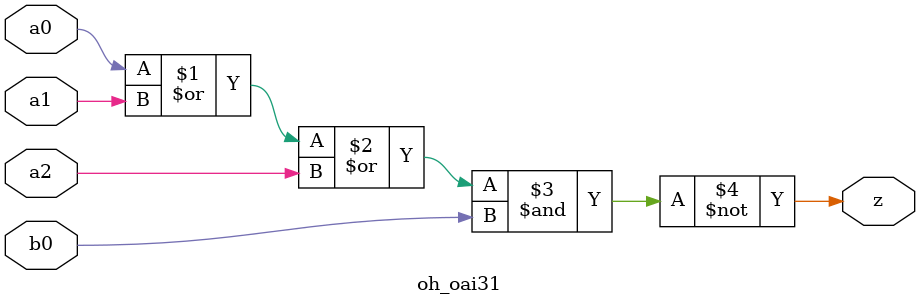
<source format=v>


module oh_oai31 #(parameter DW = 1 ) // array width
   (
    input [DW-1:0]  a0,
    input [DW-1:0]  a1,
    input [DW-1:0]  a2,
    input [DW-1:0]  b0, 
    output [DW-1:0] z
    );
   
   assign z = ~((a0 | a1 | a2) & b0);
   
endmodule

</source>
